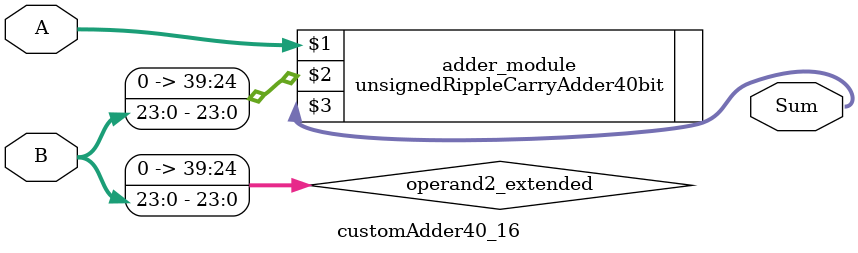
<source format=v>
module customAdder40_16(
                        input [39 : 0] A,
                        input [23 : 0] B,
                        
                        output [40 : 0] Sum
                );

        wire [39 : 0] operand2_extended;
        
        assign operand2_extended =  {16'b0, B};
        
        unsignedRippleCarryAdder40bit adder_module(
            A,
            operand2_extended,
            Sum
        );
        
        endmodule
        
</source>
